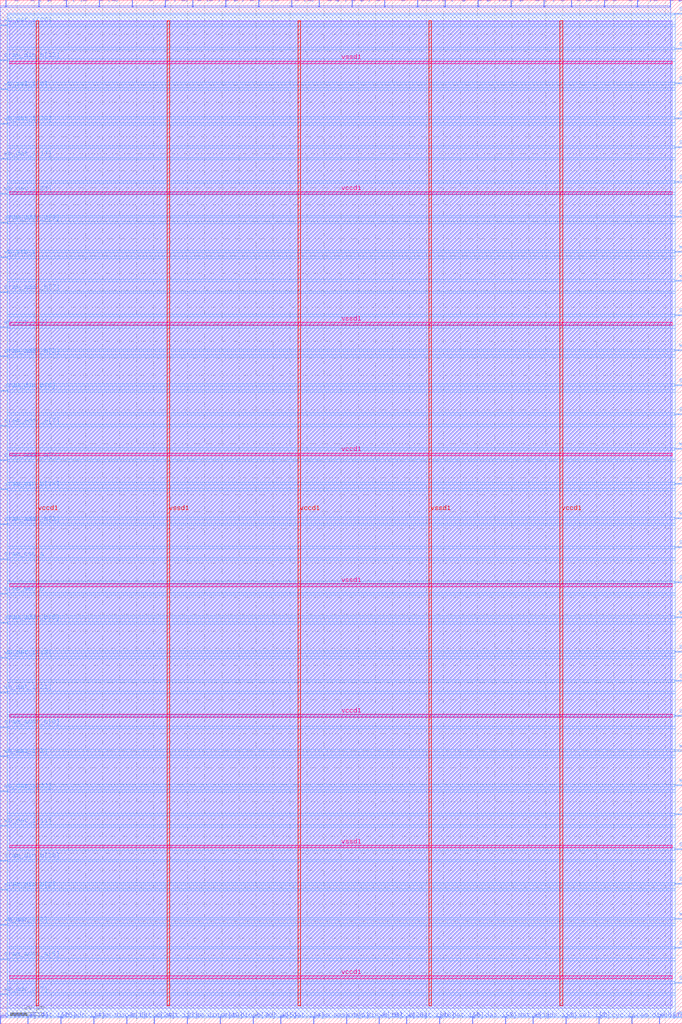
<source format=lef>
VERSION 5.7 ;
  NOWIREEXTENSIONATPIN ON ;
  DIVIDERCHAR "/" ;
  BUSBITCHARS "[]" ;
MACRO sram_wb_wrapper
  CLASS BLOCK ;
  FOREIGN sram_wb_wrapper ;
  ORIGIN 0.000 0.000 ;
  SIZE 400.000 BY 600.000 ;
  PIN rst_i
    DIRECTION INPUT ;
    USE SIGNAL ;
    PORT
      LAYER met2 ;
        RECT 58.050 596.000 58.330 600.000 ;
    END
  END rst_i
  PIN sram_addr_a[0]
    DIRECTION OUTPUT TRISTATE ;
    USE SIGNAL ;
    PORT
      LAYER met3 ;
        RECT 0.000 329.840 4.000 330.440 ;
    END
  END sram_addr_a[0]
  PIN sram_addr_a[1]
    DIRECTION OUTPUT TRISTATE ;
    USE SIGNAL ;
    PORT
      LAYER met3 ;
        RECT 396.000 23.840 400.000 24.440 ;
    END
  END sram_addr_a[1]
  PIN sram_addr_a[2]
    DIRECTION OUTPUT TRISTATE ;
    USE SIGNAL ;
    PORT
      LAYER met2 ;
        RECT 170.750 596.000 171.030 600.000 ;
    END
  END sram_addr_a[2]
  PIN sram_addr_a[3]
    DIRECTION OUTPUT TRISTATE ;
    USE SIGNAL ;
    PORT
      LAYER met3 ;
        RECT 0.000 469.240 4.000 469.840 ;
    END
  END sram_addr_a[3]
  PIN sram_addr_a[4]
    DIRECTION OUTPUT TRISTATE ;
    USE SIGNAL ;
    PORT
      LAYER met3 ;
        RECT 396.000 278.840 400.000 279.440 ;
    END
  END sram_addr_a[4]
  PIN sram_addr_a[5]
    DIRECTION OUTPUT TRISTATE ;
    USE SIGNAL ;
    PORT
      LAYER met3 ;
        RECT 0.000 37.440 4.000 38.040 ;
    END
  END sram_addr_a[5]
  PIN sram_addr_a[6]
    DIRECTION OUTPUT TRISTATE ;
    USE SIGNAL ;
    PORT
      LAYER met2 ;
        RECT 225.490 596.000 225.770 600.000 ;
    END
  END sram_addr_a[6]
  PIN sram_addr_a[7]
    DIRECTION OUTPUT TRISTATE ;
    USE SIGNAL ;
    PORT
      LAYER met3 ;
        RECT 0.000 350.240 4.000 350.840 ;
    END
  END sram_addr_a[7]
  PIN sram_addr_b[0]
    DIRECTION OUTPUT TRISTATE ;
    USE SIGNAL ;
    PORT
      LAYER met3 ;
        RECT 0.000 173.440 4.000 174.040 ;
    END
  END sram_addr_b[0]
  PIN sram_addr_b[1]
    DIRECTION OUTPUT TRISTATE ;
    USE SIGNAL ;
    PORT
      LAYER met3 ;
        RECT 396.000 493.040 400.000 493.640 ;
    END
  END sram_addr_b[1]
  PIN sram_addr_b[2]
    DIRECTION OUTPUT TRISTATE ;
    USE SIGNAL ;
    PORT
      LAYER met3 ;
        RECT 0.000 391.040 4.000 391.640 ;
    END
  END sram_addr_b[2]
  PIN sram_addr_b[3]
    DIRECTION OUTPUT TRISTATE ;
    USE SIGNAL ;
    PORT
      LAYER met3 ;
        RECT 0.000 292.440 4.000 293.040 ;
    END
  END sram_addr_b[3]
  PIN sram_addr_b[4]
    DIRECTION OUTPUT TRISTATE ;
    USE SIGNAL ;
    PORT
      LAYER met3 ;
        RECT 396.000 200.640 400.000 201.240 ;
    END
  END sram_addr_b[4]
  PIN sram_addr_b[5]
    DIRECTION OUTPUT TRISTATE ;
    USE SIGNAL ;
    PORT
      LAYER met3 ;
        RECT 0.000 234.640 4.000 235.240 ;
    END
  END sram_addr_b[5]
  PIN sram_addr_b[6]
    DIRECTION OUTPUT TRISTATE ;
    USE SIGNAL ;
    PORT
      LAYER met3 ;
        RECT 396.000 357.040 400.000 357.640 ;
    END
  END sram_addr_b[6]
  PIN sram_addr_b[7]
    DIRECTION OUTPUT TRISTATE ;
    USE SIGNAL ;
    PORT
      LAYER met3 ;
        RECT 0.000 428.440 4.000 429.040 ;
    END
  END sram_addr_b[7]
  PIN sram_csb_a
    DIRECTION OUTPUT TRISTATE ;
    USE SIGNAL ;
    PORT
      LAYER met3 ;
        RECT 0.000 272.040 4.000 272.640 ;
    END
  END sram_csb_a
  PIN sram_csb_b
    DIRECTION OUTPUT TRISTATE ;
    USE SIGNAL ;
    PORT
      LAYER met2 ;
        RECT 334.970 596.000 335.250 600.000 ;
    END
  END sram_csb_b
  PIN sram_din_b[0]
    DIRECTION OUTPUT TRISTATE ;
    USE SIGNAL ;
    PORT
      LAYER met3 ;
        RECT 396.000 44.240 400.000 44.840 ;
    END
  END sram_din_b[0]
  PIN sram_din_b[10]
    DIRECTION OUTPUT TRISTATE ;
    USE SIGNAL ;
    PORT
      LAYER met3 ;
        RECT 396.000 180.240 400.000 180.840 ;
    END
  END sram_din_b[10]
  PIN sram_din_b[11]
    DIRECTION OUTPUT TRISTATE ;
    USE SIGNAL ;
    PORT
      LAYER met3 ;
        RECT 396.000 374.040 400.000 374.640 ;
    END
  END sram_din_b[11]
  PIN sram_din_b[12]
    DIRECTION OUTPUT TRISTATE ;
    USE SIGNAL ;
    PORT
      LAYER met3 ;
        RECT 396.000 550.840 400.000 551.440 ;
    END
  END sram_din_b[12]
  PIN sram_din_b[13]
    DIRECTION OUTPUT TRISTATE ;
    USE SIGNAL ;
    PORT
      LAYER met3 ;
        RECT 0.000 564.440 4.000 565.040 ;
    END
  END sram_din_b[13]
  PIN sram_din_b[14]
    DIRECTION OUTPUT TRISTATE ;
    USE SIGNAL ;
    PORT
      LAYER met3 ;
        RECT 0.000 312.840 4.000 313.440 ;
    END
  END sram_din_b[14]
  PIN sram_din_b[15]
    DIRECTION OUTPUT TRISTATE ;
    USE SIGNAL ;
    PORT
      LAYER met2 ;
        RECT 260.910 596.000 261.190 600.000 ;
    END
  END sram_din_b[15]
  PIN sram_din_b[16]
    DIRECTION OUTPUT TRISTATE ;
    USE SIGNAL ;
    PORT
      LAYER met2 ;
        RECT 202.950 0.000 203.230 4.000 ;
    END
  END sram_din_b[16]
  PIN sram_din_b[17]
    DIRECTION OUTPUT TRISTATE ;
    USE SIGNAL ;
    PORT
      LAYER met2 ;
        RECT 373.610 596.000 373.890 600.000 ;
    END
  END sram_din_b[17]
  PIN sram_din_b[18]
    DIRECTION OUTPUT TRISTATE ;
    USE SIGNAL ;
    PORT
      LAYER met3 ;
        RECT 396.000 571.240 400.000 571.840 ;
    END
  END sram_din_b[18]
  PIN sram_din_b[19]
    DIRECTION OUTPUT TRISTATE ;
    USE SIGNAL ;
    PORT
      LAYER met2 ;
        RECT 109.570 0.000 109.850 4.000 ;
    END
  END sram_din_b[19]
  PIN sram_din_b[1]
    DIRECTION OUTPUT TRISTATE ;
    USE SIGNAL ;
    PORT
      LAYER met2 ;
        RECT 54.830 0.000 55.110 4.000 ;
    END
  END sram_din_b[1]
  PIN sram_din_b[20]
    DIRECTION OUTPUT TRISTATE ;
    USE SIGNAL ;
    PORT
      LAYER met3 ;
        RECT 0.000 95.240 4.000 95.840 ;
    END
  END sram_din_b[20]
  PIN sram_din_b[21]
    DIRECTION OUTPUT TRISTATE ;
    USE SIGNAL ;
    PORT
      LAYER met3 ;
        RECT 396.000 591.640 400.000 592.240 ;
    END
  END sram_din_b[21]
  PIN sram_din_b[22]
    DIRECTION OUTPUT TRISTATE ;
    USE SIGNAL ;
    PORT
      LAYER met2 ;
        RECT 318.870 596.000 319.150 600.000 ;
    END
  END sram_din_b[22]
  PIN sram_din_b[23]
    DIRECTION OUTPUT TRISTATE ;
    USE SIGNAL ;
    PORT
      LAYER met3 ;
        RECT 396.000 122.440 400.000 123.040 ;
    END
  END sram_din_b[23]
  PIN sram_din_b[24]
    DIRECTION OUTPUT TRISTATE ;
    USE SIGNAL ;
    PORT
      LAYER met2 ;
        RECT 370.390 0.000 370.670 4.000 ;
    END
  END sram_din_b[24]
  PIN sram_din_b[25]
    DIRECTION OUTPUT TRISTATE ;
    USE SIGNAL ;
    PORT
      LAYER met3 ;
        RECT 396.000 316.240 400.000 316.840 ;
    END
  END sram_din_b[25]
  PIN sram_din_b[26]
    DIRECTION OUTPUT TRISTATE ;
    USE SIGNAL ;
    PORT
      LAYER met3 ;
        RECT 396.000 258.440 400.000 259.040 ;
    END
  END sram_din_b[26]
  PIN sram_din_b[27]
    DIRECTION OUTPUT TRISTATE ;
    USE SIGNAL ;
    PORT
      LAYER met2 ;
        RECT 77.370 596.000 77.650 600.000 ;
    END
  END sram_din_b[27]
  PIN sram_din_b[28]
    DIRECTION OUTPUT TRISTATE ;
    USE SIGNAL ;
    PORT
      LAYER met2 ;
        RECT 96.690 596.000 96.970 600.000 ;
    END
  END sram_din_b[28]
  PIN sram_din_b[29]
    DIRECTION OUTPUT TRISTATE ;
    USE SIGNAL ;
    PORT
      LAYER met3 ;
        RECT 396.000 472.640 400.000 473.240 ;
    END
  END sram_din_b[29]
  PIN sram_din_b[2]
    DIRECTION OUTPUT TRISTATE ;
    USE SIGNAL ;
    PORT
      LAYER met3 ;
        RECT 0.000 78.240 4.000 78.840 ;
    END
  END sram_din_b[2]
  PIN sram_din_b[30]
    DIRECTION OUTPUT TRISTATE ;
    USE SIGNAL ;
    PORT
      LAYER met2 ;
        RECT 128.890 0.000 129.170 4.000 ;
    END
  END sram_din_b[30]
  PIN sram_din_b[31]
    DIRECTION OUTPUT TRISTATE ;
    USE SIGNAL ;
    PORT
      LAYER met3 ;
        RECT 396.000 513.440 400.000 514.040 ;
    END
  END sram_din_b[31]
  PIN sram_din_b[3]
    DIRECTION OUTPUT TRISTATE ;
    USE SIGNAL ;
    PORT
      LAYER met3 ;
        RECT 396.000 102.040 400.000 102.640 ;
    END
  END sram_din_b[3]
  PIN sram_din_b[4]
    DIRECTION OUTPUT TRISTATE ;
    USE SIGNAL ;
    PORT
      LAYER met2 ;
        RECT 186.850 596.000 187.130 600.000 ;
    END
  END sram_din_b[4]
  PIN sram_din_b[5]
    DIRECTION OUTPUT TRISTATE ;
    USE SIGNAL ;
    PORT
      LAYER met3 ;
        RECT 0.000 370.640 4.000 371.240 ;
    END
  END sram_din_b[5]
  PIN sram_din_b[6]
    DIRECTION OUTPUT TRISTATE ;
    USE SIGNAL ;
    PORT
      LAYER met2 ;
        RECT 38.730 596.000 39.010 600.000 ;
    END
  END sram_din_b[6]
  PIN sram_din_b[7]
    DIRECTION OUTPUT TRISTATE ;
    USE SIGNAL ;
    PORT
      LAYER met2 ;
        RECT 112.790 596.000 113.070 600.000 ;
    END
  END sram_din_b[7]
  PIN sram_din_b[8]
    DIRECTION OUTPUT TRISTATE ;
    USE SIGNAL ;
    PORT
      LAYER met3 ;
        RECT 396.000 530.440 400.000 531.040 ;
    END
  END sram_din_b[8]
  PIN sram_din_b[9]
    DIRECTION OUTPUT TRISTATE ;
    USE SIGNAL ;
    PORT
      LAYER met3 ;
        RECT 396.000 81.640 400.000 82.240 ;
    END
  END sram_din_b[9]
  PIN sram_mask_b[0]
    DIRECTION OUTPUT TRISTATE ;
    USE SIGNAL ;
    PORT
      LAYER met2 ;
        RECT 151.430 596.000 151.710 600.000 ;
    END
  END sram_mask_b[0]
  PIN sram_mask_b[1]
    DIRECTION OUTPUT TRISTATE ;
    USE SIGNAL ;
    PORT
      LAYER met2 ;
        RECT 183.630 0.000 183.910 4.000 ;
    END
  END sram_mask_b[1]
  PIN sram_mask_b[2]
    DIRECTION OUTPUT TRISTATE ;
    USE SIGNAL ;
    PORT
      LAYER met3 ;
        RECT 396.000 217.640 400.000 218.240 ;
    END
  END sram_mask_b[2]
  PIN sram_mask_b[3]
    DIRECTION OUTPUT TRISTATE ;
    USE SIGNAL ;
    PORT
      LAYER met3 ;
        RECT 396.000 414.840 400.000 415.440 ;
    END
  END sram_mask_b[3]
  PIN sram_web_b
    DIRECTION OUTPUT TRISTATE ;
    USE SIGNAL ;
    PORT
      LAYER met3 ;
        RECT 0.000 251.640 4.000 252.240 ;
    END
  END sram_web_b
  PIN vccd1
    DIRECTION INPUT ;
    USE POWER ;
    PORT
      LAYER met5 ;
        RECT 5.520 26.490 394.220 28.090 ;
    END
    PORT
      LAYER met5 ;
        RECT 5.520 179.670 394.220 181.270 ;
    END
    PORT
      LAYER met5 ;
        RECT 5.520 332.850 394.220 334.450 ;
    END
    PORT
      LAYER met5 ;
        RECT 5.520 486.030 394.220 487.630 ;
    END
    PORT
      LAYER met4 ;
        RECT 21.040 10.640 22.640 587.760 ;
    END
    PORT
      LAYER met4 ;
        RECT 174.640 10.640 176.240 587.760 ;
    END
    PORT
      LAYER met4 ;
        RECT 328.240 10.640 329.840 587.760 ;
    END
  END vccd1
  PIN vssd1
    DIRECTION INPUT ;
    USE GROUND ;
    PORT
      LAYER met5 ;
        RECT 5.520 103.080 394.220 104.680 ;
    END
    PORT
      LAYER met5 ;
        RECT 5.520 256.260 394.220 257.860 ;
    END
    PORT
      LAYER met5 ;
        RECT 5.520 409.440 394.220 411.040 ;
    END
    PORT
      LAYER met5 ;
        RECT 5.520 562.620 394.220 564.220 ;
    END
    PORT
      LAYER met4 ;
        RECT 97.840 10.640 99.440 587.760 ;
    END
    PORT
      LAYER met4 ;
        RECT 251.440 10.640 253.040 587.760 ;
    END
  END vssd1
  PIN wb_ack_o
    DIRECTION OUTPUT TRISTATE ;
    USE SIGNAL ;
    PORT
      LAYER met2 ;
        RECT 206.170 596.000 206.450 600.000 ;
    END
  END wb_ack_o
  PIN wb_adr_i[0]
    DIRECTION INPUT ;
    USE SIGNAL ;
    PORT
      LAYER met2 ;
        RECT 3.310 596.000 3.590 600.000 ;
    END
  END wb_adr_i[0]
  PIN wb_adr_i[1]
    DIRECTION INPUT ;
    USE SIGNAL ;
    PORT
      LAYER met2 ;
        RECT 386.490 0.000 386.770 4.000 ;
    END
  END wb_adr_i[1]
  PIN wb_adr_i[2]
    DIRECTION INPUT ;
    USE SIGNAL ;
    PORT
      LAYER met3 ;
        RECT 0.000 57.840 4.000 58.440 ;
    END
  END wb_adr_i[2]
  PIN wb_adr_i[3]
    DIRECTION INPUT ;
    USE SIGNAL ;
    PORT
      LAYER met2 ;
        RECT 312.430 0.000 312.710 4.000 ;
    END
  END wb_adr_i[3]
  PIN wb_adr_i[4]
    DIRECTION INPUT ;
    USE SIGNAL ;
    PORT
      LAYER met2 ;
        RECT 35.510 0.000 35.790 4.000 ;
    END
  END wb_adr_i[4]
  PIN wb_adr_i[5]
    DIRECTION INPUT ;
    USE SIGNAL ;
    PORT
      LAYER met2 ;
        RECT 148.210 0.000 148.490 4.000 ;
    END
  END wb_adr_i[5]
  PIN wb_adr_i[6]
    DIRECTION INPUT ;
    USE SIGNAL ;
    PORT
      LAYER met3 ;
        RECT 396.000 61.240 400.000 61.840 ;
    END
  END wb_adr_i[6]
  PIN wb_adr_i[7]
    DIRECTION INPUT ;
    USE SIGNAL ;
    PORT
      LAYER met3 ;
        RECT 0.000 17.040 4.000 17.640 ;
    END
  END wb_adr_i[7]
  PIN wb_clk_i
    DIRECTION INPUT ;
    USE SIGNAL ;
    PORT
      LAYER met3 ;
        RECT 396.000 238.040 400.000 238.640 ;
    END
  END wb_clk_i
  PIN wb_cyc_i
    DIRECTION INPUT ;
    USE SIGNAL ;
    PORT
      LAYER met2 ;
        RECT 351.070 0.000 351.350 4.000 ;
    END
  END wb_cyc_i
  PIN wb_dat_i[0]
    DIRECTION INPUT ;
    USE SIGNAL ;
    PORT
      LAYER met3 ;
        RECT 0.000 408.040 4.000 408.640 ;
    END
  END wb_dat_i[0]
  PIN wb_dat_i[10]
    DIRECTION INPUT ;
    USE SIGNAL ;
    PORT
      LAYER met3 ;
        RECT 396.000 139.440 400.000 140.040 ;
    END
  END wb_dat_i[10]
  PIN wb_dat_i[11]
    DIRECTION INPUT ;
    USE SIGNAL ;
    PORT
      LAYER met3 ;
        RECT 0.000 115.640 4.000 116.240 ;
    END
  END wb_dat_i[11]
  PIN wb_dat_i[12]
    DIRECTION INPUT ;
    USE SIGNAL ;
    PORT
      LAYER met3 ;
        RECT 396.000 295.840 400.000 296.440 ;
    END
  END wb_dat_i[12]
  PIN wb_dat_i[13]
    DIRECTION INPUT ;
    USE SIGNAL ;
    PORT
      LAYER met3 ;
        RECT 396.000 435.240 400.000 435.840 ;
    END
  END wb_dat_i[13]
  PIN wb_dat_i[14]
    DIRECTION INPUT ;
    USE SIGNAL ;
    PORT
      LAYER met3 ;
        RECT 396.000 3.440 400.000 4.040 ;
    END
  END wb_dat_i[14]
  PIN wb_dat_i[15]
    DIRECTION INPUT ;
    USE SIGNAL ;
    PORT
      LAYER met3 ;
        RECT 396.000 452.240 400.000 452.840 ;
    END
  END wb_dat_i[15]
  PIN wb_dat_i[16]
    DIRECTION INPUT ;
    USE SIGNAL ;
    PORT
      LAYER met2 ;
        RECT 238.370 0.000 238.650 4.000 ;
    END
  END wb_dat_i[16]
  PIN wb_dat_i[17]
    DIRECTION INPUT ;
    USE SIGNAL ;
    PORT
      LAYER met3 ;
        RECT 0.000 506.640 4.000 507.240 ;
    END
  END wb_dat_i[17]
  PIN wb_dat_i[18]
    DIRECTION INPUT ;
    USE SIGNAL ;
    PORT
      LAYER met3 ;
        RECT 0.000 214.240 4.000 214.840 ;
    END
  END wb_dat_i[18]
  PIN wb_dat_i[19]
    DIRECTION INPUT ;
    USE SIGNAL ;
    PORT
      LAYER met2 ;
        RECT 0.090 0.000 0.370 4.000 ;
    END
  END wb_dat_i[19]
  PIN wb_dat_i[1]
    DIRECTION INPUT ;
    USE SIGNAL ;
    PORT
      LAYER met2 ;
        RECT 296.330 0.000 296.610 4.000 ;
    END
  END wb_dat_i[1]
  PIN wb_dat_i[20]
    DIRECTION INPUT ;
    USE SIGNAL ;
    PORT
      LAYER met3 ;
        RECT 0.000 584.840 4.000 585.440 ;
    END
  END wb_dat_i[20]
  PIN wb_dat_i[21]
    DIRECTION INPUT ;
    USE SIGNAL ;
    PORT
      LAYER met2 ;
        RECT 132.110 596.000 132.390 600.000 ;
    END
  END wb_dat_i[21]
  PIN wb_dat_i[22]
    DIRECTION INPUT ;
    USE SIGNAL ;
    PORT
      LAYER met3 ;
        RECT 0.000 136.040 4.000 136.640 ;
    END
  END wb_dat_i[22]
  PIN wb_dat_i[23]
    DIRECTION INPUT ;
    USE SIGNAL ;
    PORT
      LAYER met3 ;
        RECT 0.000 486.240 4.000 486.840 ;
    END
  END wb_dat_i[23]
  PIN wb_dat_i[24]
    DIRECTION INPUT ;
    USE SIGNAL ;
    PORT
      LAYER met2 ;
        RECT 74.150 0.000 74.430 4.000 ;
    END
  END wb_dat_i[24]
  PIN wb_dat_i[25]
    DIRECTION INPUT ;
    USE SIGNAL ;
    PORT
      LAYER met2 ;
        RECT 16.190 0.000 16.470 4.000 ;
    END
  END wb_dat_i[25]
  PIN wb_dat_i[26]
    DIRECTION INPUT ;
    USE SIGNAL ;
    PORT
      LAYER met2 ;
        RECT 354.290 596.000 354.570 600.000 ;
    END
  END wb_dat_i[26]
  PIN wb_dat_i[27]
    DIRECTION INPUT ;
    USE SIGNAL ;
    PORT
      LAYER met2 ;
        RECT 244.810 596.000 245.090 600.000 ;
    END
  END wb_dat_i[27]
  PIN wb_dat_i[28]
    DIRECTION INPUT ;
    USE SIGNAL ;
    PORT
      LAYER met2 ;
        RECT 222.270 0.000 222.550 4.000 ;
    END
  END wb_dat_i[28]
  PIN wb_dat_i[29]
    DIRECTION INPUT ;
    USE SIGNAL ;
    PORT
      LAYER met2 ;
        RECT 392.930 596.000 393.210 600.000 ;
    END
  END wb_dat_i[29]
  PIN wb_dat_i[2]
    DIRECTION INPUT ;
    USE SIGNAL ;
    PORT
      LAYER met3 ;
        RECT 396.000 159.840 400.000 160.440 ;
    END
  END wb_dat_i[2]
  PIN wb_dat_i[30]
    DIRECTION INPUT ;
    USE SIGNAL ;
    PORT
      LAYER met3 ;
        RECT 0.000 527.040 4.000 527.640 ;
    END
  END wb_dat_i[30]
  PIN wb_dat_i[31]
    DIRECTION INPUT ;
    USE SIGNAL ;
    PORT
      LAYER met3 ;
        RECT 0.000 193.840 4.000 194.440 ;
    END
  END wb_dat_i[31]
  PIN wb_dat_i[3]
    DIRECTION INPUT ;
    USE SIGNAL ;
    PORT
      LAYER met2 ;
        RECT 90.250 0.000 90.530 4.000 ;
    END
  END wb_dat_i[3]
  PIN wb_dat_i[4]
    DIRECTION INPUT ;
    USE SIGNAL ;
    PORT
      LAYER met2 ;
        RECT 164.310 0.000 164.590 4.000 ;
    END
  END wb_dat_i[4]
  PIN wb_dat_i[5]
    DIRECTION INPUT ;
    USE SIGNAL ;
    PORT
      LAYER met2 ;
        RECT 257.690 0.000 257.970 4.000 ;
    END
  END wb_dat_i[5]
  PIN wb_dat_i[6]
    DIRECTION INPUT ;
    USE SIGNAL ;
    PORT
      LAYER met3 ;
        RECT 396.000 394.440 400.000 395.040 ;
    END
  END wb_dat_i[6]
  PIN wb_dat_i[7]
    DIRECTION INPUT ;
    USE SIGNAL ;
    PORT
      LAYER met2 ;
        RECT 277.010 0.000 277.290 4.000 ;
    END
  END wb_dat_i[7]
  PIN wb_dat_i[8]
    DIRECTION INPUT ;
    USE SIGNAL ;
    PORT
      LAYER met2 ;
        RECT 299.550 596.000 299.830 600.000 ;
    END
  END wb_dat_i[8]
  PIN wb_dat_i[9]
    DIRECTION INPUT ;
    USE SIGNAL ;
    PORT
      LAYER met2 ;
        RECT 280.230 596.000 280.510 600.000 ;
    END
  END wb_dat_i[9]
  PIN wb_sel_i[0]
    DIRECTION INPUT ;
    USE SIGNAL ;
    PORT
      LAYER met3 ;
        RECT 0.000 547.440 4.000 548.040 ;
    END
  END wb_sel_i[0]
  PIN wb_sel_i[1]
    DIRECTION INPUT ;
    USE SIGNAL ;
    PORT
      LAYER met2 ;
        RECT 22.630 596.000 22.910 600.000 ;
    END
  END wb_sel_i[1]
  PIN wb_sel_i[2]
    DIRECTION INPUT ;
    USE SIGNAL ;
    PORT
      LAYER met2 ;
        RECT 331.750 0.000 332.030 4.000 ;
    END
  END wb_sel_i[2]
  PIN wb_sel_i[3]
    DIRECTION INPUT ;
    USE SIGNAL ;
    PORT
      LAYER met3 ;
        RECT 0.000 156.440 4.000 157.040 ;
    END
  END wb_sel_i[3]
  PIN wb_stb_i
    DIRECTION INPUT ;
    USE SIGNAL ;
    PORT
      LAYER met3 ;
        RECT 0.000 448.840 4.000 449.440 ;
    END
  END wb_stb_i
  PIN wb_we_i
    DIRECTION INPUT ;
    USE SIGNAL ;
    PORT
      LAYER met3 ;
        RECT 396.000 336.640 400.000 337.240 ;
    END
  END wb_we_i
  OBS
      LAYER li1 ;
        RECT 5.520 10.795 394.220 587.605 ;
      LAYER met1 ;
        RECT 0.070 9.220 394.220 587.760 ;
      LAYER met2 ;
        RECT 0.100 595.720 3.030 596.770 ;
        RECT 3.870 595.720 22.350 596.770 ;
        RECT 23.190 595.720 38.450 596.770 ;
        RECT 39.290 595.720 57.770 596.770 ;
        RECT 58.610 595.720 77.090 596.770 ;
        RECT 77.930 595.720 96.410 596.770 ;
        RECT 97.250 595.720 112.510 596.770 ;
        RECT 113.350 595.720 131.830 596.770 ;
        RECT 132.670 595.720 151.150 596.770 ;
        RECT 151.990 595.720 170.470 596.770 ;
        RECT 171.310 595.720 186.570 596.770 ;
        RECT 187.410 595.720 205.890 596.770 ;
        RECT 206.730 595.720 225.210 596.770 ;
        RECT 226.050 595.720 244.530 596.770 ;
        RECT 245.370 595.720 260.630 596.770 ;
        RECT 261.470 595.720 279.950 596.770 ;
        RECT 280.790 595.720 299.270 596.770 ;
        RECT 300.110 595.720 318.590 596.770 ;
        RECT 319.430 595.720 334.690 596.770 ;
        RECT 335.530 595.720 354.010 596.770 ;
        RECT 354.850 595.720 373.330 596.770 ;
        RECT 374.170 595.720 392.650 596.770 ;
        RECT 0.100 4.280 393.200 595.720 ;
        RECT 0.650 3.555 15.910 4.280 ;
        RECT 16.750 3.555 35.230 4.280 ;
        RECT 36.070 3.555 54.550 4.280 ;
        RECT 55.390 3.555 73.870 4.280 ;
        RECT 74.710 3.555 89.970 4.280 ;
        RECT 90.810 3.555 109.290 4.280 ;
        RECT 110.130 3.555 128.610 4.280 ;
        RECT 129.450 3.555 147.930 4.280 ;
        RECT 148.770 3.555 164.030 4.280 ;
        RECT 164.870 3.555 183.350 4.280 ;
        RECT 184.190 3.555 202.670 4.280 ;
        RECT 203.510 3.555 221.990 4.280 ;
        RECT 222.830 3.555 238.090 4.280 ;
        RECT 238.930 3.555 257.410 4.280 ;
        RECT 258.250 3.555 276.730 4.280 ;
        RECT 277.570 3.555 296.050 4.280 ;
        RECT 296.890 3.555 312.150 4.280 ;
        RECT 312.990 3.555 331.470 4.280 ;
        RECT 332.310 3.555 350.790 4.280 ;
        RECT 351.630 3.555 370.110 4.280 ;
        RECT 370.950 3.555 386.210 4.280 ;
        RECT 387.050 3.555 393.200 4.280 ;
      LAYER met3 ;
        RECT 4.000 591.240 395.600 592.105 ;
        RECT 4.000 585.840 396.000 591.240 ;
        RECT 4.400 584.440 396.000 585.840 ;
        RECT 4.000 572.240 396.000 584.440 ;
        RECT 4.000 570.840 395.600 572.240 ;
        RECT 4.000 565.440 396.000 570.840 ;
        RECT 4.400 564.040 396.000 565.440 ;
        RECT 4.000 551.840 396.000 564.040 ;
        RECT 4.000 550.440 395.600 551.840 ;
        RECT 4.000 548.440 396.000 550.440 ;
        RECT 4.400 547.040 396.000 548.440 ;
        RECT 4.000 531.440 396.000 547.040 ;
        RECT 4.000 530.040 395.600 531.440 ;
        RECT 4.000 528.040 396.000 530.040 ;
        RECT 4.400 526.640 396.000 528.040 ;
        RECT 4.000 514.440 396.000 526.640 ;
        RECT 4.000 513.040 395.600 514.440 ;
        RECT 4.000 507.640 396.000 513.040 ;
        RECT 4.400 506.240 396.000 507.640 ;
        RECT 4.000 494.040 396.000 506.240 ;
        RECT 4.000 492.640 395.600 494.040 ;
        RECT 4.000 487.240 396.000 492.640 ;
        RECT 4.400 485.840 396.000 487.240 ;
        RECT 4.000 473.640 396.000 485.840 ;
        RECT 4.000 472.240 395.600 473.640 ;
        RECT 4.000 470.240 396.000 472.240 ;
        RECT 4.400 468.840 396.000 470.240 ;
        RECT 4.000 453.240 396.000 468.840 ;
        RECT 4.000 451.840 395.600 453.240 ;
        RECT 4.000 449.840 396.000 451.840 ;
        RECT 4.400 448.440 396.000 449.840 ;
        RECT 4.000 436.240 396.000 448.440 ;
        RECT 4.000 434.840 395.600 436.240 ;
        RECT 4.000 429.440 396.000 434.840 ;
        RECT 4.400 428.040 396.000 429.440 ;
        RECT 4.000 415.840 396.000 428.040 ;
        RECT 4.000 414.440 395.600 415.840 ;
        RECT 4.000 409.040 396.000 414.440 ;
        RECT 4.400 407.640 396.000 409.040 ;
        RECT 4.000 395.440 396.000 407.640 ;
        RECT 4.000 394.040 395.600 395.440 ;
        RECT 4.000 392.040 396.000 394.040 ;
        RECT 4.400 390.640 396.000 392.040 ;
        RECT 4.000 375.040 396.000 390.640 ;
        RECT 4.000 373.640 395.600 375.040 ;
        RECT 4.000 371.640 396.000 373.640 ;
        RECT 4.400 370.240 396.000 371.640 ;
        RECT 4.000 358.040 396.000 370.240 ;
        RECT 4.000 356.640 395.600 358.040 ;
        RECT 4.000 351.240 396.000 356.640 ;
        RECT 4.400 349.840 396.000 351.240 ;
        RECT 4.000 337.640 396.000 349.840 ;
        RECT 4.000 336.240 395.600 337.640 ;
        RECT 4.000 330.840 396.000 336.240 ;
        RECT 4.400 329.440 396.000 330.840 ;
        RECT 4.000 317.240 396.000 329.440 ;
        RECT 4.000 315.840 395.600 317.240 ;
        RECT 4.000 313.840 396.000 315.840 ;
        RECT 4.400 312.440 396.000 313.840 ;
        RECT 4.000 296.840 396.000 312.440 ;
        RECT 4.000 295.440 395.600 296.840 ;
        RECT 4.000 293.440 396.000 295.440 ;
        RECT 4.400 292.040 396.000 293.440 ;
        RECT 4.000 279.840 396.000 292.040 ;
        RECT 4.000 278.440 395.600 279.840 ;
        RECT 4.000 273.040 396.000 278.440 ;
        RECT 4.400 271.640 396.000 273.040 ;
        RECT 4.000 259.440 396.000 271.640 ;
        RECT 4.000 258.040 395.600 259.440 ;
        RECT 4.000 252.640 396.000 258.040 ;
        RECT 4.400 251.240 396.000 252.640 ;
        RECT 4.000 239.040 396.000 251.240 ;
        RECT 4.000 237.640 395.600 239.040 ;
        RECT 4.000 235.640 396.000 237.640 ;
        RECT 4.400 234.240 396.000 235.640 ;
        RECT 4.000 218.640 396.000 234.240 ;
        RECT 4.000 217.240 395.600 218.640 ;
        RECT 4.000 215.240 396.000 217.240 ;
        RECT 4.400 213.840 396.000 215.240 ;
        RECT 4.000 201.640 396.000 213.840 ;
        RECT 4.000 200.240 395.600 201.640 ;
        RECT 4.000 194.840 396.000 200.240 ;
        RECT 4.400 193.440 396.000 194.840 ;
        RECT 4.000 181.240 396.000 193.440 ;
        RECT 4.000 179.840 395.600 181.240 ;
        RECT 4.000 174.440 396.000 179.840 ;
        RECT 4.400 173.040 396.000 174.440 ;
        RECT 4.000 160.840 396.000 173.040 ;
        RECT 4.000 159.440 395.600 160.840 ;
        RECT 4.000 157.440 396.000 159.440 ;
        RECT 4.400 156.040 396.000 157.440 ;
        RECT 4.000 140.440 396.000 156.040 ;
        RECT 4.000 139.040 395.600 140.440 ;
        RECT 4.000 137.040 396.000 139.040 ;
        RECT 4.400 135.640 396.000 137.040 ;
        RECT 4.000 123.440 396.000 135.640 ;
        RECT 4.000 122.040 395.600 123.440 ;
        RECT 4.000 116.640 396.000 122.040 ;
        RECT 4.400 115.240 396.000 116.640 ;
        RECT 4.000 103.040 396.000 115.240 ;
        RECT 4.000 101.640 395.600 103.040 ;
        RECT 4.000 96.240 396.000 101.640 ;
        RECT 4.400 94.840 396.000 96.240 ;
        RECT 4.000 82.640 396.000 94.840 ;
        RECT 4.000 81.240 395.600 82.640 ;
        RECT 4.000 79.240 396.000 81.240 ;
        RECT 4.400 77.840 396.000 79.240 ;
        RECT 4.000 62.240 396.000 77.840 ;
        RECT 4.000 60.840 395.600 62.240 ;
        RECT 4.000 58.840 396.000 60.840 ;
        RECT 4.400 57.440 396.000 58.840 ;
        RECT 4.000 45.240 396.000 57.440 ;
        RECT 4.000 43.840 395.600 45.240 ;
        RECT 4.000 38.440 396.000 43.840 ;
        RECT 4.400 37.040 396.000 38.440 ;
        RECT 4.000 24.840 396.000 37.040 ;
        RECT 4.000 23.440 395.600 24.840 ;
        RECT 4.000 18.040 396.000 23.440 ;
        RECT 4.400 16.640 396.000 18.040 ;
        RECT 4.000 4.440 396.000 16.640 ;
        RECT 4.000 3.575 395.600 4.440 ;
  END
END sram_wb_wrapper
END LIBRARY


</source>
